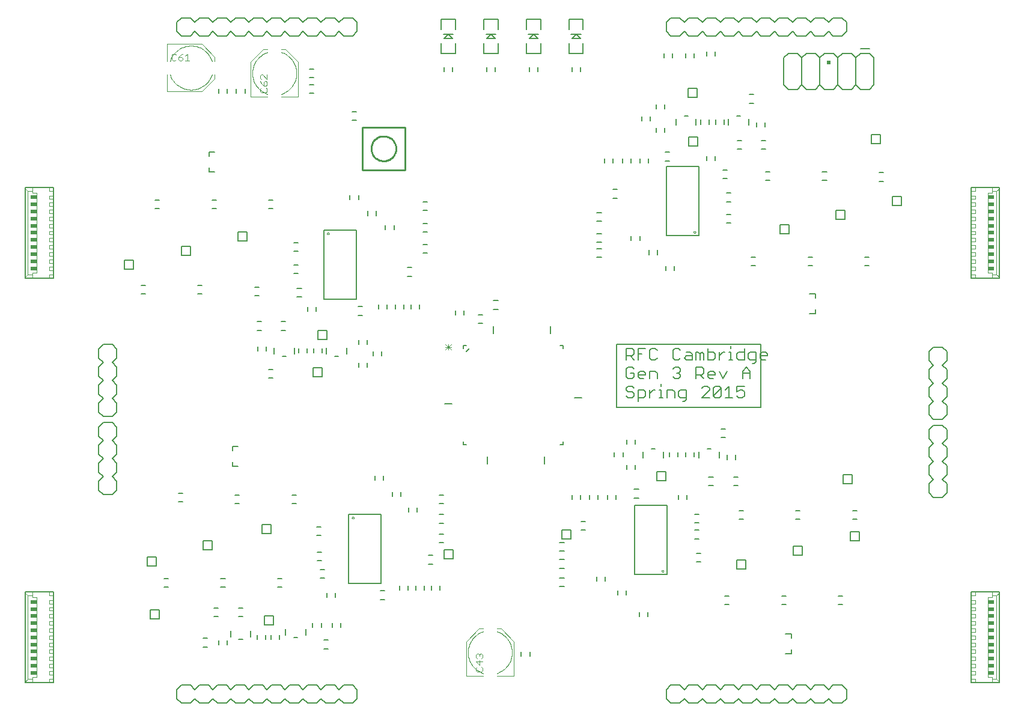
<source format=gto>
G75*
G70*
%OFA0B0*%
%FSLAX24Y24*%
%IPPOS*%
%LPD*%
%AMOC8*
5,1,8,0,0,1.08239X$1,22.5*
%
%ADD10C,0.0080*%
%ADD11C,0.0060*%
%ADD12C,0.0050*%
%ADD13C,0.0020*%
%ADD14C,0.0030*%
%ADD15C,0.0040*%
%ADD16R,0.0200X0.0200*%
%ADD17C,0.0020*%
%ADD18R,0.0344X0.0197*%
%ADD19C,0.0100*%
D10*
X039375Y002180D02*
X040949Y002180D01*
X040949Y002387D01*
X040949Y007013D01*
X040949Y007219D01*
X039375Y007219D01*
X039375Y007160D01*
X039375Y002239D01*
X039375Y002180D01*
X047782Y001800D02*
X047782Y001300D01*
X048032Y001050D01*
X048532Y001050D01*
X048782Y001300D01*
X049032Y001050D01*
X049532Y001050D01*
X049782Y001300D01*
X050032Y001050D01*
X050532Y001050D01*
X050782Y001300D01*
X051032Y001050D01*
X051532Y001050D01*
X051782Y001300D01*
X052032Y001050D01*
X052532Y001050D01*
X052782Y001300D01*
X053032Y001050D01*
X053532Y001050D01*
X053782Y001300D01*
X054032Y001050D01*
X054532Y001050D01*
X054782Y001300D01*
X055032Y001050D01*
X055532Y001050D01*
X055782Y001300D01*
X056032Y001050D01*
X056532Y001050D01*
X056782Y001300D01*
X057032Y001050D01*
X057532Y001050D01*
X057782Y001300D01*
X057782Y001800D01*
X057532Y002050D01*
X057032Y002050D01*
X056782Y001800D01*
X056532Y002050D01*
X056032Y002050D01*
X055782Y001800D01*
X055532Y002050D01*
X055032Y002050D01*
X054782Y001800D01*
X054532Y002050D01*
X054032Y002050D01*
X053782Y001800D01*
X053532Y002050D01*
X053032Y002050D01*
X052782Y001800D01*
X052532Y002050D01*
X052032Y002050D01*
X051782Y001800D01*
X051532Y002050D01*
X051032Y002050D01*
X050782Y001800D01*
X050532Y002050D01*
X050032Y002050D01*
X049782Y001800D01*
X049532Y002050D01*
X049032Y002050D01*
X048782Y001800D01*
X048532Y002050D01*
X048032Y002050D01*
X047782Y001800D01*
X050773Y004727D02*
X050773Y005066D01*
X051228Y004577D02*
X051439Y004577D01*
X051893Y004727D02*
X051893Y005066D01*
X053825Y005164D02*
X053825Y004826D01*
X054279Y004676D02*
X054490Y004676D01*
X054945Y004826D02*
X054945Y005164D01*
X044451Y012867D02*
X044201Y012617D01*
X043701Y012617D01*
X043451Y012867D01*
X043451Y013367D01*
X043701Y013617D01*
X043451Y013867D01*
X043451Y014367D01*
X043701Y014617D01*
X043451Y014867D01*
X043451Y015367D01*
X043701Y015617D01*
X043451Y015867D01*
X043451Y016367D01*
X043701Y016617D01*
X044201Y016617D01*
X044451Y016367D01*
X044451Y015867D01*
X044201Y015617D01*
X044451Y015367D01*
X044451Y014867D01*
X044201Y014617D01*
X044451Y014367D01*
X044451Y013867D01*
X044201Y013617D01*
X044451Y013367D01*
X044451Y012867D01*
X050881Y014188D02*
X051196Y014188D01*
X050881Y014188D02*
X050881Y014424D01*
X050881Y015054D02*
X050881Y015290D01*
X051196Y015290D01*
X044451Y017198D02*
X044451Y017698D01*
X044201Y017948D01*
X044451Y018198D01*
X044451Y018698D01*
X044201Y018948D01*
X044451Y019198D01*
X044451Y019698D01*
X044201Y019948D01*
X044451Y020198D01*
X044451Y020698D01*
X044201Y020948D01*
X043701Y020948D01*
X043451Y020698D01*
X043451Y020198D01*
X043701Y019948D01*
X043451Y019698D01*
X043451Y019198D01*
X043701Y018948D01*
X043451Y018698D01*
X043451Y018198D01*
X043701Y017948D01*
X043451Y017698D01*
X043451Y017198D01*
X043701Y016948D01*
X044201Y016948D01*
X044451Y017198D01*
X053185Y020426D02*
X053185Y020764D01*
X053639Y020276D02*
X053850Y020276D01*
X054305Y020426D02*
X054305Y020764D01*
X056088Y020764D02*
X056088Y020426D01*
X056543Y020276D02*
X056754Y020276D01*
X057208Y020426D02*
X057208Y020764D01*
X073657Y015006D02*
X073657Y014668D01*
X074112Y015156D02*
X074323Y015156D01*
X074777Y015006D02*
X074777Y014668D01*
X076758Y014668D02*
X076758Y015006D01*
X077212Y015156D02*
X077423Y015156D01*
X077878Y015006D02*
X077878Y014668D01*
X089514Y014717D02*
X089514Y015217D01*
X089764Y015467D01*
X089514Y015717D01*
X089514Y016217D01*
X089764Y016467D01*
X090264Y016467D01*
X090514Y016217D01*
X090514Y015717D01*
X090264Y015467D01*
X090514Y015217D01*
X090514Y014717D01*
X090264Y014467D01*
X090514Y014217D01*
X090514Y013717D01*
X090264Y013467D01*
X090514Y013217D01*
X090514Y012717D01*
X090264Y012467D01*
X089764Y012467D01*
X089514Y012717D01*
X089514Y013217D01*
X089764Y013467D01*
X089514Y013717D01*
X089514Y014217D01*
X089764Y014467D01*
X089514Y014717D01*
X089764Y016798D02*
X089514Y017048D01*
X089514Y017548D01*
X089764Y017798D01*
X089514Y018048D01*
X089514Y018548D01*
X089764Y018798D01*
X089514Y019048D01*
X089514Y019548D01*
X089764Y019798D01*
X089514Y020048D01*
X089514Y020548D01*
X089764Y020798D01*
X090264Y020798D01*
X090514Y020548D01*
X090514Y020048D01*
X090264Y019798D01*
X090514Y019548D01*
X090514Y019048D01*
X090264Y018798D01*
X090514Y018548D01*
X090514Y018048D01*
X090264Y017798D01*
X090514Y017548D01*
X090514Y017048D01*
X090264Y016798D01*
X089764Y016798D01*
X083203Y022652D02*
X082888Y022652D01*
X083203Y022652D02*
X083203Y022889D01*
X083203Y023519D02*
X083203Y023755D01*
X082888Y023755D01*
X091835Y024621D02*
X093410Y024621D01*
X093410Y024680D01*
X093410Y029601D01*
X093410Y029660D01*
X091835Y029660D01*
X091835Y029454D01*
X091835Y024828D01*
X091835Y024621D01*
X079502Y033123D02*
X079502Y033461D01*
X079047Y033611D02*
X078836Y033611D01*
X078382Y033461D02*
X078382Y033123D01*
X076598Y033123D02*
X076598Y033461D01*
X076144Y033611D02*
X075932Y033611D01*
X075478Y033461D02*
X075478Y033123D01*
X070329Y037101D02*
X069542Y037101D01*
X069542Y037652D01*
X069699Y037928D02*
X070172Y037928D01*
X069936Y038164D01*
X069699Y037928D01*
X069660Y038164D02*
X069936Y038164D01*
X070211Y038164D01*
X070329Y038440D02*
X070329Y038991D01*
X069542Y038991D01*
X069542Y038440D01*
X070329Y037652D02*
X070329Y037101D01*
X067967Y037101D02*
X067967Y037652D01*
X067810Y037928D02*
X067573Y038164D01*
X067337Y037928D01*
X067810Y037928D01*
X067849Y038164D02*
X067573Y038164D01*
X067298Y038164D01*
X067180Y038440D02*
X067180Y038991D01*
X067967Y038991D01*
X067967Y038440D01*
X067180Y037652D02*
X067180Y037101D01*
X067967Y037101D01*
X065605Y037101D02*
X065605Y037652D01*
X065448Y037928D02*
X065211Y038164D01*
X064975Y037928D01*
X065448Y037928D01*
X065487Y038164D02*
X065211Y038164D01*
X064936Y038164D01*
X064818Y038440D02*
X064818Y038991D01*
X065605Y038991D01*
X065605Y038440D01*
X064818Y037652D02*
X064818Y037101D01*
X065605Y037101D01*
X063243Y037101D02*
X063243Y037652D01*
X063085Y037928D02*
X062849Y038164D01*
X062613Y037928D01*
X063085Y037928D01*
X063125Y038164D02*
X062849Y038164D01*
X062573Y038164D01*
X062455Y038440D02*
X062455Y038991D01*
X063243Y038991D01*
X063243Y038440D01*
X062455Y037652D02*
X062455Y037101D01*
X063243Y037101D01*
X057782Y038308D02*
X057532Y038058D01*
X057032Y038058D01*
X056782Y038308D01*
X056532Y038058D01*
X056032Y038058D01*
X055782Y038308D01*
X055532Y038058D01*
X055032Y038058D01*
X054782Y038308D01*
X054532Y038058D01*
X054032Y038058D01*
X053782Y038308D01*
X053532Y038058D01*
X053032Y038058D01*
X052782Y038308D01*
X052532Y038058D01*
X052032Y038058D01*
X051782Y038308D01*
X051532Y038058D01*
X051032Y038058D01*
X050782Y038308D01*
X050532Y038058D01*
X050032Y038058D01*
X049782Y038308D01*
X049532Y038058D01*
X049032Y038058D01*
X048782Y038308D01*
X048532Y038058D01*
X048032Y038058D01*
X047782Y038308D01*
X047782Y038808D01*
X048032Y039058D01*
X048532Y039058D01*
X048782Y038808D01*
X049032Y039058D01*
X049532Y039058D01*
X049782Y038808D01*
X050032Y039058D01*
X050532Y039058D01*
X050782Y038808D01*
X051032Y039058D01*
X051532Y039058D01*
X051782Y038808D01*
X052032Y039058D01*
X052532Y039058D01*
X052782Y038808D01*
X053032Y039058D01*
X053532Y039058D01*
X053782Y038808D01*
X054032Y039058D01*
X054532Y039058D01*
X054782Y038808D01*
X055032Y039058D01*
X055532Y039058D01*
X055782Y038808D01*
X056032Y039058D01*
X056532Y039058D01*
X056782Y038808D01*
X057032Y039058D01*
X057532Y039058D01*
X057782Y038808D01*
X057782Y038308D01*
X049896Y031629D02*
X049581Y031629D01*
X049581Y031393D01*
X049581Y030763D02*
X049581Y030526D01*
X049896Y030526D01*
X040949Y029660D02*
X040949Y029454D01*
X040949Y024828D01*
X040949Y024621D01*
X039375Y024621D01*
X039375Y024680D01*
X039375Y029601D01*
X039375Y029660D01*
X040949Y029660D01*
X074948Y038308D02*
X075198Y038058D01*
X075698Y038058D01*
X075948Y038308D01*
X076198Y038058D01*
X076698Y038058D01*
X076948Y038308D01*
X077198Y038058D01*
X077698Y038058D01*
X077948Y038308D01*
X078198Y038058D01*
X078698Y038058D01*
X078948Y038308D01*
X079198Y038058D01*
X079698Y038058D01*
X079948Y038308D01*
X080198Y038058D01*
X080698Y038058D01*
X080948Y038308D01*
X081198Y038058D01*
X081698Y038058D01*
X081948Y038308D01*
X082198Y038058D01*
X082698Y038058D01*
X082948Y038308D01*
X083198Y038058D01*
X083698Y038058D01*
X083948Y038308D01*
X084198Y038058D01*
X084698Y038058D01*
X084948Y038308D01*
X084948Y038808D01*
X084698Y039058D01*
X084198Y039058D01*
X083948Y038808D01*
X083698Y039058D01*
X083198Y039058D01*
X082948Y038808D01*
X082698Y039058D01*
X082198Y039058D01*
X081948Y038808D01*
X081698Y039058D01*
X081198Y039058D01*
X080948Y038808D01*
X080698Y039058D01*
X080198Y039058D01*
X079948Y038808D01*
X079698Y039058D01*
X079198Y039058D01*
X078948Y038808D01*
X078698Y039058D01*
X078198Y039058D01*
X077948Y038808D01*
X077698Y039058D01*
X077198Y039058D01*
X076948Y038808D01*
X076698Y039058D01*
X076198Y039058D01*
X075948Y038808D01*
X075698Y039058D01*
X075198Y039058D01*
X074948Y038808D01*
X074948Y038308D01*
X085711Y037347D02*
X086211Y037347D01*
X091835Y007219D02*
X093410Y007219D01*
X093410Y007160D01*
X093410Y002239D01*
X093410Y002180D01*
X091835Y002180D01*
X091835Y002387D01*
X091835Y007013D01*
X091835Y007219D01*
X081875Y004906D02*
X081875Y004670D01*
X081875Y004906D02*
X081560Y004906D01*
X081875Y004040D02*
X081875Y003804D01*
X081560Y003804D01*
X081698Y002050D02*
X081948Y001800D01*
X082198Y002050D01*
X082698Y002050D01*
X082948Y001800D01*
X083198Y002050D01*
X083698Y002050D01*
X083948Y001800D01*
X084198Y002050D01*
X084698Y002050D01*
X084948Y001800D01*
X084948Y001300D01*
X084698Y001050D01*
X084198Y001050D01*
X083948Y001300D01*
X083698Y001050D01*
X083198Y001050D01*
X082948Y001300D01*
X082698Y001050D01*
X082198Y001050D01*
X081948Y001300D01*
X081698Y001050D01*
X081198Y001050D01*
X080948Y001300D01*
X080698Y001050D01*
X080198Y001050D01*
X079948Y001300D01*
X079698Y001050D01*
X079198Y001050D01*
X078948Y001300D01*
X078698Y001050D01*
X078198Y001050D01*
X077948Y001300D01*
X077698Y001050D01*
X077198Y001050D01*
X076948Y001300D01*
X076698Y001050D01*
X076198Y001050D01*
X075948Y001300D01*
X075698Y001050D01*
X075198Y001050D01*
X074948Y001300D01*
X074948Y001800D01*
X075198Y002050D01*
X075698Y002050D01*
X075948Y001800D01*
X076198Y002050D01*
X076698Y002050D01*
X076948Y001800D01*
X077198Y002050D01*
X077698Y002050D01*
X077948Y001800D01*
X078198Y002050D01*
X078698Y002050D01*
X078948Y001800D01*
X079198Y002050D01*
X079698Y002050D01*
X079948Y001800D01*
X080198Y002050D01*
X080698Y002050D01*
X080948Y001800D01*
X081198Y002050D01*
X081698Y002050D01*
D11*
X073912Y005861D02*
X073912Y006097D01*
X073440Y006097D02*
X073440Y005861D01*
X072731Y007042D02*
X072731Y007278D01*
X072259Y007278D02*
X072259Y007042D01*
X071550Y007830D02*
X071550Y008066D01*
X071077Y008066D02*
X071077Y007830D01*
X069266Y007987D02*
X069030Y007987D01*
X069030Y007515D02*
X069266Y007515D01*
X069266Y008538D02*
X069030Y008538D01*
X069030Y009011D02*
X069266Y009011D01*
X069266Y009483D02*
X069030Y009483D01*
X069030Y009956D02*
X069266Y009956D01*
X070211Y010664D02*
X070448Y010664D01*
X070448Y011137D02*
X070211Y011137D01*
X070172Y012357D02*
X070172Y012593D01*
X069699Y012593D02*
X069699Y012357D01*
X070684Y012357D02*
X070684Y012593D01*
X071156Y012593D02*
X071156Y012357D01*
X071668Y012357D02*
X071668Y012593D01*
X072140Y012593D02*
X072140Y012357D01*
X073164Y012436D02*
X073400Y012436D01*
X073400Y012908D02*
X073164Y012908D01*
X075605Y012593D02*
X075605Y012357D01*
X076077Y012357D02*
X076077Y012593D01*
X077298Y013125D02*
X077534Y013125D01*
X077534Y013597D02*
X077298Y013597D01*
X078676Y013597D02*
X078912Y013597D01*
X078912Y013125D02*
X078676Y013125D01*
X078971Y011727D02*
X079207Y011727D01*
X079207Y011255D02*
X078971Y011255D01*
X076747Y011058D02*
X076510Y011058D01*
X076510Y010644D02*
X076747Y010644D01*
X076747Y010172D02*
X076510Y010172D01*
X076609Y009365D02*
X076845Y009365D01*
X076845Y008893D02*
X076609Y008893D01*
X078184Y007003D02*
X078420Y007003D01*
X078420Y006530D02*
X078184Y006530D01*
X081333Y006530D02*
X081570Y006530D01*
X081570Y007003D02*
X081333Y007003D01*
X084483Y007003D02*
X084719Y007003D01*
X084719Y006530D02*
X084483Y006530D01*
X085270Y011255D02*
X085507Y011255D01*
X085507Y011727D02*
X085270Y011727D01*
X082357Y011727D02*
X082121Y011727D01*
X082121Y011255D02*
X082357Y011255D01*
X076747Y011530D02*
X076510Y011530D01*
X073223Y014030D02*
X073223Y014267D01*
X072751Y014267D02*
X072751Y014030D01*
X072534Y014719D02*
X072534Y014956D01*
X072062Y014956D02*
X072062Y014719D01*
X072751Y015408D02*
X072751Y015644D01*
X073223Y015644D02*
X073223Y015408D01*
X075113Y014956D02*
X075113Y014719D01*
X075585Y014719D02*
X075585Y014956D01*
X075999Y014956D02*
X075999Y014719D01*
X076471Y014719D02*
X076471Y014956D01*
X077987Y015782D02*
X078223Y015782D01*
X078223Y016255D02*
X077987Y016255D01*
X078312Y014808D02*
X078312Y014572D01*
X078784Y014572D02*
X078784Y014808D01*
X078627Y017997D02*
X078200Y017997D01*
X078414Y017997D02*
X078414Y018638D01*
X078200Y018424D01*
X077983Y018531D02*
X077556Y018104D01*
X077662Y017997D01*
X077876Y017997D01*
X077983Y018104D01*
X077983Y018531D01*
X077876Y018638D01*
X077662Y018638D01*
X077556Y018531D01*
X077556Y018104D01*
X077338Y017997D02*
X076911Y017997D01*
X077338Y018424D01*
X077338Y018531D01*
X077231Y018638D01*
X077018Y018638D01*
X076911Y018531D01*
X077016Y019047D02*
X076802Y019261D01*
X076909Y019261D02*
X076589Y019261D01*
X076589Y019047D02*
X076589Y019688D01*
X076909Y019688D01*
X077016Y019581D01*
X077016Y019368D01*
X076909Y019261D01*
X077233Y019261D02*
X077660Y019261D01*
X077660Y019368D01*
X077554Y019474D01*
X077340Y019474D01*
X077233Y019368D01*
X077233Y019154D01*
X077340Y019047D01*
X077554Y019047D01*
X077878Y019474D02*
X078092Y019047D01*
X078305Y019474D01*
X079167Y019474D02*
X079167Y019047D01*
X079167Y019368D02*
X079594Y019368D01*
X079594Y019474D02*
X079594Y019047D01*
X079594Y019474D02*
X079381Y019688D01*
X079167Y019474D01*
X079703Y019884D02*
X079810Y019884D01*
X079916Y019991D01*
X079916Y020524D01*
X079596Y020524D01*
X079489Y020418D01*
X079489Y020204D01*
X079596Y020097D01*
X079916Y020097D01*
X080134Y020204D02*
X080134Y020418D01*
X080241Y020524D01*
X080454Y020524D01*
X080561Y020418D01*
X080561Y020311D01*
X080134Y020311D01*
X080134Y020204D02*
X080241Y020097D01*
X080454Y020097D01*
X079272Y020097D02*
X079272Y020738D01*
X079272Y020524D02*
X078952Y020524D01*
X078845Y020418D01*
X078845Y020204D01*
X078952Y020097D01*
X079272Y020097D01*
X078629Y020097D02*
X078415Y020097D01*
X078522Y020097D02*
X078522Y020524D01*
X078415Y020524D01*
X078198Y020524D02*
X078092Y020524D01*
X077878Y020311D01*
X077878Y020524D02*
X077878Y020097D01*
X077660Y020204D02*
X077660Y020418D01*
X077554Y020524D01*
X077233Y020524D01*
X077233Y020738D02*
X077233Y020097D01*
X077554Y020097D01*
X077660Y020204D01*
X077016Y020097D02*
X077016Y020418D01*
X076909Y020524D01*
X076802Y020418D01*
X076802Y020097D01*
X076589Y020097D02*
X076589Y020524D01*
X076696Y020524D01*
X076802Y020418D01*
X076371Y020418D02*
X076371Y020097D01*
X076051Y020097D01*
X075944Y020204D01*
X076051Y020311D01*
X076371Y020311D01*
X076371Y020418D02*
X076265Y020524D01*
X076051Y020524D01*
X075727Y020631D02*
X075620Y020738D01*
X075407Y020738D01*
X075300Y020631D01*
X075300Y020204D01*
X075407Y020097D01*
X075620Y020097D01*
X075727Y020204D01*
X075620Y019688D02*
X075727Y019581D01*
X075727Y019474D01*
X075620Y019368D01*
X075727Y019261D01*
X075727Y019154D01*
X075620Y019047D01*
X075407Y019047D01*
X075300Y019154D01*
X075513Y019368D02*
X075620Y019368D01*
X075620Y019688D02*
X075407Y019688D01*
X075300Y019581D01*
X074438Y019368D02*
X074438Y019047D01*
X074438Y019368D02*
X074331Y019474D01*
X074011Y019474D01*
X074011Y019047D01*
X073793Y019261D02*
X073366Y019261D01*
X073366Y019368D02*
X073473Y019474D01*
X073686Y019474D01*
X073793Y019368D01*
X073793Y019261D01*
X073686Y019047D02*
X073473Y019047D01*
X073366Y019154D01*
X073366Y019368D01*
X073149Y019368D02*
X072935Y019368D01*
X073149Y019368D02*
X073149Y019154D01*
X073042Y019047D01*
X072828Y019047D01*
X072722Y019154D01*
X072722Y019581D01*
X072828Y019688D01*
X073042Y019688D01*
X073149Y019581D01*
X073149Y020097D02*
X072935Y020311D01*
X073042Y020311D02*
X072722Y020311D01*
X072722Y020097D02*
X072722Y020738D01*
X073042Y020738D01*
X073149Y020631D01*
X073149Y020418D01*
X073042Y020311D01*
X073366Y020418D02*
X073580Y020418D01*
X073366Y020738D02*
X073793Y020738D01*
X074011Y020631D02*
X074011Y020204D01*
X074117Y020097D01*
X074331Y020097D01*
X074438Y020204D01*
X074438Y020631D02*
X074331Y020738D01*
X074117Y020738D01*
X074011Y020631D01*
X073366Y020738D02*
X073366Y020097D01*
X073042Y018638D02*
X072828Y018638D01*
X072722Y018531D01*
X072722Y018424D01*
X072828Y018318D01*
X073042Y018318D01*
X073149Y018211D01*
X073149Y018104D01*
X073042Y017997D01*
X072828Y017997D01*
X072722Y018104D01*
X073149Y018531D02*
X073042Y018638D01*
X073366Y018424D02*
X073686Y018424D01*
X073793Y018318D01*
X073793Y018104D01*
X073686Y017997D01*
X073366Y017997D01*
X073366Y017784D02*
X073366Y018424D01*
X074011Y018424D02*
X074011Y017997D01*
X074011Y018211D02*
X074224Y018424D01*
X074331Y018424D01*
X074548Y018424D02*
X074655Y018424D01*
X074655Y017997D01*
X074761Y017997D02*
X074548Y017997D01*
X074978Y017997D02*
X074978Y018424D01*
X075298Y018424D01*
X075405Y018318D01*
X075405Y017997D01*
X075622Y018104D02*
X075729Y017997D01*
X076049Y017997D01*
X076049Y017891D02*
X076049Y018424D01*
X075729Y018424D01*
X075622Y018318D01*
X075622Y018104D01*
X075836Y017784D02*
X075942Y017784D01*
X076049Y017891D01*
X074655Y018638D02*
X074655Y018745D01*
X070252Y017975D02*
X069862Y017975D01*
X069202Y015545D02*
X069202Y015375D01*
X069032Y015375D01*
X068172Y014725D02*
X068172Y014325D01*
X065022Y014315D02*
X065022Y014715D01*
X063852Y015375D02*
X063682Y015375D01*
X063682Y015545D01*
X059247Y013656D02*
X059247Y013420D01*
X058774Y013420D02*
X058774Y013656D01*
X059759Y012770D02*
X059759Y012534D01*
X060231Y012534D02*
X060231Y012770D01*
X060644Y011885D02*
X060644Y011648D01*
X061117Y011648D02*
X061117Y011885D01*
X062337Y012121D02*
X062573Y012121D01*
X062573Y012593D02*
X062337Y012593D01*
X062337Y011511D02*
X062573Y011511D01*
X062573Y011038D02*
X062337Y011038D01*
X062337Y010428D02*
X062573Y010428D01*
X062573Y009956D02*
X062337Y009956D01*
X061983Y009247D02*
X061747Y009247D01*
X061747Y008774D02*
X061983Y008774D01*
X061924Y007554D02*
X061924Y007318D01*
X061510Y007318D02*
X061510Y007554D01*
X061038Y007554D02*
X061038Y007318D01*
X060625Y007318D02*
X060625Y007554D01*
X060152Y007554D02*
X060152Y007318D01*
X059325Y007278D02*
X059089Y007278D01*
X059089Y006806D02*
X059325Y006806D01*
X056589Y006924D02*
X056589Y007160D01*
X056117Y007160D02*
X056117Y006924D01*
X055979Y007987D02*
X055743Y007987D01*
X055743Y008459D02*
X055979Y008459D01*
X055822Y008952D02*
X055585Y008952D01*
X055585Y009424D02*
X055822Y009424D01*
X055782Y010349D02*
X055546Y010349D01*
X055546Y010822D02*
X055782Y010822D01*
X054404Y012121D02*
X054168Y012121D01*
X054168Y012593D02*
X054404Y012593D01*
X051255Y012593D02*
X051018Y012593D01*
X051018Y012121D02*
X051255Y012121D01*
X048105Y012219D02*
X047869Y012219D01*
X047869Y012692D02*
X048105Y012692D01*
X047318Y007967D02*
X047081Y007967D01*
X047081Y007495D02*
X047318Y007495D01*
X049837Y006314D02*
X050073Y006314D01*
X050073Y005841D02*
X049837Y005841D01*
X051215Y005841D02*
X051451Y005841D01*
X051451Y006314D02*
X051215Y006314D01*
X050467Y007495D02*
X050231Y007495D01*
X050231Y007967D02*
X050467Y007967D01*
X053381Y007967D02*
X053617Y007967D01*
X053617Y007495D02*
X053381Y007495D01*
X055329Y005507D02*
X055329Y005270D01*
X055802Y005270D02*
X055802Y005507D01*
X056412Y005507D02*
X056412Y005270D01*
X056885Y005270D02*
X056885Y005507D01*
X056176Y004542D02*
X055940Y004542D01*
X055940Y004070D02*
X056176Y004070D01*
X053479Y004601D02*
X053479Y004837D01*
X053007Y004837D02*
X053007Y004601D01*
X052731Y004601D02*
X052731Y004837D01*
X052259Y004837D02*
X052259Y004601D01*
X050585Y004522D02*
X050585Y004286D01*
X050113Y004286D02*
X050113Y004522D01*
X049483Y004641D02*
X049247Y004641D01*
X049247Y004168D02*
X049483Y004168D01*
X062396Y007318D02*
X062396Y007554D01*
X066894Y003883D02*
X066894Y003646D01*
X067367Y003646D02*
X067367Y003883D01*
X063032Y017665D02*
X062632Y017665D01*
X058361Y019690D02*
X058361Y019926D01*
X057888Y019926D02*
X057888Y019690D01*
X058676Y020330D02*
X058676Y020566D01*
X059148Y020566D02*
X059148Y020330D01*
X058361Y020969D02*
X058361Y021206D01*
X057888Y021206D02*
X057888Y020969D01*
X055851Y020713D02*
X055851Y020477D01*
X055379Y020477D02*
X055379Y020713D01*
X055014Y020713D02*
X055014Y020477D01*
X054542Y020477D02*
X054542Y020713D01*
X052751Y020812D02*
X052751Y020576D01*
X052278Y020576D02*
X052278Y020812D01*
X052249Y021737D02*
X052485Y021737D01*
X052485Y022209D02*
X052249Y022209D01*
X053577Y022209D02*
X053814Y022209D01*
X053814Y021737D02*
X053577Y021737D01*
X055034Y022790D02*
X055034Y023026D01*
X055507Y023026D02*
X055507Y022790D01*
X054699Y023578D02*
X054463Y023578D01*
X054463Y024050D02*
X054699Y024050D01*
X054503Y024896D02*
X054266Y024896D01*
X054266Y025369D02*
X054503Y025369D01*
X054503Y026117D02*
X054266Y026117D01*
X054266Y026589D02*
X054503Y026589D01*
X058381Y028105D02*
X058381Y028341D01*
X058853Y028341D02*
X058853Y028105D01*
X059365Y027554D02*
X059365Y027318D01*
X059837Y027318D02*
X059837Y027554D01*
X061451Y027672D02*
X061688Y027672D01*
X061688Y028381D02*
X061451Y028381D01*
X061451Y028853D02*
X061688Y028853D01*
X057869Y028991D02*
X057869Y029227D01*
X057396Y029227D02*
X057396Y028991D01*
X053125Y028952D02*
X052888Y028952D01*
X052888Y028479D02*
X053125Y028479D01*
X049975Y028479D02*
X049739Y028479D01*
X049739Y028952D02*
X049975Y028952D01*
X046825Y028952D02*
X046589Y028952D01*
X046589Y028479D02*
X046825Y028479D01*
X046038Y024227D02*
X045802Y024227D01*
X045802Y023755D02*
X046038Y023755D01*
X048951Y023755D02*
X049188Y023755D01*
X049188Y024227D02*
X048951Y024227D01*
X052101Y024129D02*
X052337Y024129D01*
X052337Y023656D02*
X052101Y023656D01*
X057859Y023046D02*
X058095Y023046D01*
X058095Y022574D02*
X057859Y022574D01*
X058971Y022938D02*
X058971Y023174D01*
X059444Y023174D02*
X059444Y022938D01*
X059906Y022938D02*
X059906Y023174D01*
X060379Y023174D02*
X060379Y022938D01*
X060792Y022938D02*
X060792Y023174D01*
X061264Y023174D02*
X061264Y022938D01*
X063253Y022830D02*
X063253Y022593D01*
X063725Y022593D02*
X063725Y022830D01*
X064503Y022603D02*
X064739Y022603D01*
X064739Y022131D02*
X064503Y022131D01*
X065342Y021955D02*
X065342Y021555D01*
X064012Y020715D02*
X063862Y020565D01*
X063682Y020725D02*
X063682Y020895D01*
X063852Y020895D01*
X065365Y022902D02*
X065601Y022902D01*
X065601Y023375D02*
X065365Y023375D01*
X068502Y021955D02*
X068502Y021555D01*
X069032Y020895D02*
X069202Y020895D01*
X069202Y020725D01*
X078522Y020845D02*
X078522Y020738D01*
X078845Y018638D02*
X078845Y018318D01*
X079058Y018424D01*
X079165Y018424D01*
X079272Y018318D01*
X079272Y018104D01*
X079165Y017997D01*
X078952Y017997D01*
X078845Y018104D01*
X078845Y018638D02*
X079272Y018638D01*
X075388Y025054D02*
X075388Y025290D01*
X074916Y025290D02*
X074916Y025054D01*
X074453Y025940D02*
X074453Y026176D01*
X073981Y026176D02*
X073981Y025940D01*
X073469Y026727D02*
X073469Y026963D01*
X072997Y026963D02*
X072997Y026727D01*
X071333Y026609D02*
X071097Y026609D01*
X071097Y026274D02*
X071333Y026274D01*
X071333Y025802D02*
X071097Y025802D01*
X071097Y027081D02*
X071333Y027081D01*
X071333Y027790D02*
X071097Y027790D01*
X071097Y028263D02*
X071333Y028263D01*
X071983Y029070D02*
X072219Y029070D01*
X072219Y029542D02*
X071983Y029542D01*
X071993Y031009D02*
X071993Y031245D01*
X071520Y031245D02*
X071520Y031009D01*
X072505Y031009D02*
X072505Y031245D01*
X072977Y031245D02*
X072977Y031009D01*
X073489Y031009D02*
X073489Y031245D01*
X073961Y031245D02*
X073961Y031009D01*
X074886Y031137D02*
X075123Y031137D01*
X075123Y031609D02*
X074886Y031609D01*
X077180Y031393D02*
X077180Y031156D01*
X077652Y031156D02*
X077652Y031393D01*
X078085Y030625D02*
X078322Y030625D01*
X078322Y030152D02*
X078085Y030152D01*
X078282Y029345D02*
X078518Y029345D01*
X078518Y028873D02*
X078282Y028873D01*
X078282Y028164D02*
X078518Y028164D01*
X078518Y027692D02*
X078282Y027692D01*
X079660Y025802D02*
X079896Y025802D01*
X079896Y025330D02*
X079660Y025330D01*
X082810Y025330D02*
X083046Y025330D01*
X083046Y025802D02*
X082810Y025802D01*
X085959Y025802D02*
X086196Y025802D01*
X086196Y025330D02*
X085959Y025330D01*
X086747Y030005D02*
X086983Y030005D01*
X086983Y030477D02*
X086747Y030477D01*
X083833Y030526D02*
X083597Y030526D01*
X083597Y030054D02*
X083833Y030054D01*
X080684Y030054D02*
X080448Y030054D01*
X080448Y030526D02*
X080684Y030526D01*
X080438Y031776D02*
X080201Y031776D01*
X080201Y032249D02*
X080438Y032249D01*
X079109Y032249D02*
X078873Y032249D01*
X078873Y031776D02*
X079109Y031776D01*
X079936Y033026D02*
X079936Y033263D01*
X080408Y033263D02*
X080408Y033026D01*
X078144Y033174D02*
X078144Y033410D01*
X077672Y033410D02*
X077672Y033174D01*
X077308Y033174D02*
X077308Y033410D01*
X076835Y033410D02*
X076835Y033174D01*
X074847Y032967D02*
X074847Y032731D01*
X074375Y032731D02*
X074375Y032967D01*
X074060Y033371D02*
X074060Y033607D01*
X073587Y033607D02*
X073587Y033371D01*
X074375Y034011D02*
X074375Y034247D01*
X074847Y034247D02*
X074847Y034011D01*
X079562Y034335D02*
X079798Y034335D01*
X079798Y034808D02*
X079562Y034808D01*
X081461Y035347D02*
X081461Y036847D01*
X081711Y037097D01*
X082211Y037097D01*
X082461Y036847D01*
X082461Y035347D01*
X082211Y035097D01*
X081711Y035097D01*
X081461Y035347D01*
X082461Y035347D02*
X082711Y035097D01*
X083211Y035097D01*
X083461Y035347D01*
X083461Y036847D01*
X083211Y037097D01*
X082711Y037097D01*
X082461Y036847D01*
X083461Y036847D02*
X083711Y037097D01*
X084211Y037097D01*
X084461Y036847D01*
X084461Y035347D01*
X084211Y035097D01*
X083711Y035097D01*
X083461Y035347D01*
X084461Y035347D02*
X084711Y035097D01*
X085211Y035097D01*
X085461Y035347D01*
X085461Y036847D01*
X085211Y037097D01*
X084711Y037097D01*
X084461Y036847D01*
X085461Y036847D02*
X085711Y037097D01*
X086211Y037097D01*
X086461Y036847D01*
X086461Y035347D01*
X086211Y035097D01*
X085711Y035097D01*
X085461Y035347D01*
X077652Y036944D02*
X077652Y037180D01*
X077180Y037180D02*
X077180Y036944D01*
X076471Y036865D02*
X076471Y037101D01*
X075999Y037101D02*
X075999Y036865D01*
X075290Y036865D02*
X075290Y037101D01*
X074818Y037101D02*
X074818Y036865D01*
X070172Y036314D02*
X070172Y036078D01*
X069699Y036078D02*
X069699Y036314D01*
X067810Y036314D02*
X067810Y036078D01*
X067337Y036078D02*
X067337Y036314D01*
X065448Y036314D02*
X065448Y036078D01*
X064975Y036078D02*
X064975Y036314D01*
X063085Y036314D02*
X063085Y036078D01*
X062613Y036078D02*
X062613Y036314D01*
X057751Y033873D02*
X057514Y033873D01*
X057514Y033400D02*
X057751Y033400D01*
X055388Y034877D02*
X055152Y034877D01*
X055152Y035349D02*
X055388Y035349D01*
X055388Y035763D02*
X055152Y035763D01*
X055152Y036235D02*
X055388Y036235D01*
X051570Y035133D02*
X051570Y034896D01*
X051097Y034896D02*
X051097Y035133D01*
X050585Y035133D02*
X050585Y034896D01*
X050113Y034896D02*
X050113Y035133D01*
X061451Y027200D02*
X061688Y027200D01*
X061688Y026491D02*
X061451Y026491D01*
X061451Y026019D02*
X061688Y026019D01*
X060802Y025211D02*
X060566Y025211D01*
X060566Y024739D02*
X060802Y024739D01*
X053125Y019552D02*
X052888Y019552D01*
X052888Y019080D02*
X053125Y019080D01*
D12*
X055365Y019164D02*
X055865Y019164D01*
X055865Y019664D01*
X055365Y019664D01*
X055365Y019164D01*
X055611Y021231D02*
X056111Y021231D01*
X056111Y021731D01*
X055611Y021731D01*
X055611Y021231D01*
X055949Y023446D02*
X055949Y027296D01*
X057741Y027296D01*
X057741Y023446D01*
X055949Y023446D01*
X048532Y025906D02*
X048532Y026406D01*
X048032Y026406D01*
X048032Y025906D01*
X048532Y025906D01*
X051182Y026694D02*
X051682Y026694D01*
X051682Y027194D01*
X051182Y027194D01*
X051182Y026694D01*
X045383Y025619D02*
X045383Y025119D01*
X044883Y025119D01*
X044883Y025619D01*
X045383Y025619D01*
X072192Y020967D02*
X072192Y017467D01*
X080192Y017467D01*
X080192Y020967D01*
X072192Y020967D01*
X074945Y026985D02*
X074945Y030836D01*
X076737Y030836D01*
X076737Y026985D01*
X074945Y026985D01*
X081233Y027087D02*
X081733Y027087D01*
X081733Y027587D01*
X081233Y027587D01*
X081233Y027087D01*
X084333Y027875D02*
X084333Y028375D01*
X084833Y028375D01*
X084833Y027875D01*
X084333Y027875D01*
X087483Y028662D02*
X087483Y029162D01*
X087983Y029162D01*
X087983Y028662D01*
X087483Y028662D01*
X086820Y032107D02*
X086320Y032107D01*
X086320Y032607D01*
X086820Y032607D01*
X086820Y032107D01*
X076682Y031959D02*
X076682Y032459D01*
X076182Y032459D01*
X076182Y031959D01*
X076682Y031959D01*
X076633Y034666D02*
X076633Y035166D01*
X076133Y035166D01*
X076133Y034666D01*
X076633Y034666D01*
X074910Y013906D02*
X074410Y013906D01*
X074410Y013406D01*
X074910Y013406D01*
X074910Y013906D01*
X074966Y012036D02*
X073173Y012036D01*
X073173Y008186D01*
X074966Y008186D01*
X074966Y012036D01*
X069644Y010658D02*
X069644Y010158D01*
X069144Y010158D01*
X069144Y010658D01*
X069644Y010658D01*
X063099Y009556D02*
X063099Y009056D01*
X062599Y009056D01*
X062599Y009556D01*
X063099Y009556D01*
X059119Y007678D02*
X057327Y007678D01*
X057327Y011529D01*
X059119Y011529D01*
X059119Y007678D01*
X053138Y005875D02*
X053138Y005375D01*
X052638Y005375D01*
X052638Y005875D01*
X053138Y005875D01*
X046810Y005729D02*
X046810Y006229D01*
X046310Y006229D01*
X046310Y005729D01*
X046810Y005729D01*
X046642Y008643D02*
X046142Y008643D01*
X046142Y009143D01*
X046642Y009143D01*
X046642Y008643D01*
X049233Y009548D02*
X049733Y009548D01*
X049733Y010048D01*
X049233Y010048D01*
X049233Y009548D01*
X052501Y010454D02*
X052501Y010954D01*
X053001Y010954D01*
X053001Y010454D01*
X052501Y010454D01*
X078839Y008985D02*
X078839Y008485D01*
X079339Y008485D01*
X079339Y008985D01*
X078839Y008985D01*
X081989Y009272D02*
X082489Y009272D01*
X082489Y009772D01*
X081989Y009772D01*
X081989Y009272D01*
X085138Y010060D02*
X085138Y010560D01*
X085638Y010560D01*
X085638Y010060D01*
X085138Y010060D01*
X085245Y013209D02*
X085245Y013709D01*
X084745Y013709D01*
X084745Y013209D01*
X085245Y013209D01*
D13*
X074683Y008382D02*
X074685Y008396D01*
X074691Y008410D01*
X074699Y008422D01*
X074711Y008430D01*
X074725Y008436D01*
X074739Y008438D01*
X074753Y008436D01*
X074767Y008430D01*
X074779Y008422D01*
X074787Y008410D01*
X074793Y008396D01*
X074795Y008382D01*
X074793Y008368D01*
X074787Y008354D01*
X074779Y008342D01*
X074767Y008334D01*
X074753Y008328D01*
X074739Y008326D01*
X074725Y008328D01*
X074711Y008334D01*
X074699Y008342D01*
X074691Y008354D01*
X074685Y008368D01*
X074683Y008382D01*
X057498Y011332D02*
X057500Y011346D01*
X057506Y011360D01*
X057514Y011372D01*
X057526Y011380D01*
X057540Y011386D01*
X057554Y011388D01*
X057568Y011386D01*
X057582Y011380D01*
X057594Y011372D01*
X057602Y011360D01*
X057608Y011346D01*
X057610Y011332D01*
X057608Y011318D01*
X057602Y011304D01*
X057594Y011292D01*
X057582Y011284D01*
X057568Y011278D01*
X057554Y011276D01*
X057540Y011278D01*
X057526Y011284D01*
X057514Y011292D01*
X057506Y011304D01*
X057500Y011318D01*
X057498Y011332D01*
X056120Y027100D02*
X056122Y027114D01*
X056128Y027128D01*
X056136Y027140D01*
X056148Y027148D01*
X056162Y027154D01*
X056176Y027156D01*
X056190Y027154D01*
X056204Y027148D01*
X056216Y027140D01*
X056224Y027128D01*
X056230Y027114D01*
X056232Y027100D01*
X056230Y027086D01*
X056224Y027072D01*
X056216Y027060D01*
X056204Y027052D01*
X056190Y027046D01*
X056176Y027044D01*
X056162Y027046D01*
X056148Y027052D01*
X056136Y027060D01*
X056128Y027072D01*
X056122Y027086D01*
X056120Y027100D01*
X076454Y027182D02*
X076456Y027196D01*
X076462Y027210D01*
X076470Y027222D01*
X076482Y027230D01*
X076496Y027236D01*
X076510Y027238D01*
X076524Y027236D01*
X076538Y027230D01*
X076550Y027222D01*
X076558Y027210D01*
X076564Y027196D01*
X076566Y027182D01*
X076564Y027168D01*
X076558Y027154D01*
X076550Y027142D01*
X076538Y027134D01*
X076524Y027128D01*
X076510Y027126D01*
X076496Y027128D01*
X076482Y027134D01*
X076470Y027142D01*
X076462Y027154D01*
X076456Y027168D01*
X076454Y027182D01*
D14*
X063000Y020962D02*
X062687Y020648D01*
X063000Y020962D01*
X062843Y020962D02*
X062843Y020648D01*
X062843Y020962D01*
X062687Y020962D02*
X063000Y020648D01*
X062687Y020962D01*
X062687Y020805D02*
X063000Y020805D01*
X062687Y020805D01*
X052733Y034931D02*
X052795Y034993D01*
X052795Y035116D01*
X052733Y035178D01*
X052733Y035299D02*
X052795Y035361D01*
X052795Y035485D01*
X052733Y035546D01*
X052671Y035546D01*
X052610Y035485D01*
X052610Y035299D01*
X052733Y035299D01*
X052610Y035299D02*
X052486Y035423D01*
X052424Y035546D01*
X052486Y035668D02*
X052424Y035729D01*
X052424Y035853D01*
X052486Y035915D01*
X052548Y035915D01*
X052795Y035668D01*
X052795Y035915D01*
X052486Y035178D02*
X052424Y035116D01*
X052424Y034993D01*
X052486Y034931D01*
X052733Y034931D01*
X048493Y036703D02*
X048246Y036703D01*
X048370Y036703D02*
X048370Y037073D01*
X048246Y036950D01*
X048125Y037073D02*
X048002Y037011D01*
X047878Y036888D01*
X048063Y036888D01*
X048125Y036826D01*
X048125Y036765D01*
X048063Y036703D01*
X047940Y036703D01*
X047878Y036765D01*
X047878Y036888D01*
X047757Y037011D02*
X047695Y037073D01*
X047571Y037073D01*
X047510Y037011D01*
X047510Y036765D01*
X047571Y036703D01*
X047695Y036703D01*
X047757Y036765D01*
X064445Y003779D02*
X064506Y003779D01*
X064568Y003717D01*
X064630Y003779D01*
X064692Y003779D01*
X064753Y003717D01*
X064753Y003594D01*
X064692Y003532D01*
X064568Y003411D02*
X064568Y003164D01*
X064383Y003349D01*
X064753Y003349D01*
X064692Y003042D02*
X064753Y002980D01*
X064753Y002857D01*
X064692Y002795D01*
X064445Y002795D01*
X064383Y002857D01*
X064383Y002980D01*
X064445Y003042D01*
X064445Y003532D02*
X064383Y003594D01*
X064383Y003717D01*
X064445Y003779D01*
X064568Y003717D02*
X064568Y003655D01*
D15*
X065536Y002702D02*
X065600Y002724D01*
X065663Y002751D01*
X065725Y002781D01*
X065784Y002814D01*
X065842Y002850D01*
X065898Y002890D01*
X065951Y002933D01*
X066002Y002978D01*
X066050Y003026D01*
X066095Y003077D01*
X066138Y003131D01*
X066177Y003187D01*
X066214Y003244D01*
X066247Y003304D01*
X066276Y003366D01*
X066302Y003429D01*
X066325Y003493D01*
X066344Y003559D01*
X066359Y003626D01*
X066370Y003693D01*
X066378Y003761D01*
X066382Y003829D01*
X066382Y003897D01*
X066378Y003965D01*
X066370Y004033D01*
X066359Y004100D01*
X066344Y004167D01*
X066325Y004233D01*
X066302Y004297D01*
X066276Y004360D01*
X066247Y004422D01*
X066214Y004482D01*
X066177Y004539D01*
X066138Y004595D01*
X066095Y004649D01*
X066050Y004700D01*
X066002Y004748D01*
X065951Y004793D01*
X065898Y004836D01*
X065842Y004876D01*
X065784Y004912D01*
X065725Y004945D01*
X065663Y004975D01*
X065600Y005002D01*
X065536Y005024D01*
X065536Y005182D02*
X065772Y005182D01*
X066481Y004473D01*
X066481Y002544D01*
X065536Y002544D01*
X064788Y002544D02*
X063843Y002544D01*
X063843Y004473D01*
X064552Y005182D01*
X064788Y005182D01*
X064788Y005024D02*
X064724Y005002D01*
X064661Y004975D01*
X064599Y004945D01*
X064540Y004912D01*
X064482Y004876D01*
X064426Y004836D01*
X064373Y004793D01*
X064322Y004748D01*
X064274Y004700D01*
X064229Y004649D01*
X064186Y004595D01*
X064147Y004539D01*
X064110Y004482D01*
X064077Y004422D01*
X064048Y004360D01*
X064022Y004297D01*
X063999Y004233D01*
X063980Y004167D01*
X063965Y004100D01*
X063954Y004033D01*
X063946Y003965D01*
X063942Y003897D01*
X063942Y003829D01*
X063946Y003761D01*
X063954Y003693D01*
X063965Y003626D01*
X063980Y003559D01*
X063999Y003493D01*
X064022Y003429D01*
X064048Y003366D01*
X064077Y003304D01*
X064110Y003244D01*
X064147Y003187D01*
X064186Y003131D01*
X064229Y003077D01*
X064274Y003026D01*
X064322Y002978D01*
X064373Y002933D01*
X064426Y002890D01*
X064482Y002850D01*
X064540Y002814D01*
X064599Y002781D01*
X064661Y002751D01*
X064724Y002724D01*
X064788Y002702D01*
X054522Y034680D02*
X053577Y034680D01*
X052829Y034680D02*
X051885Y034680D01*
X051885Y036609D01*
X052593Y037318D01*
X052829Y037318D01*
X053577Y037318D02*
X053814Y037318D01*
X054522Y036609D01*
X054522Y034680D01*
X053577Y034838D02*
X053641Y034860D01*
X053704Y034887D01*
X053766Y034917D01*
X053825Y034950D01*
X053883Y034986D01*
X053939Y035026D01*
X053992Y035069D01*
X054043Y035114D01*
X054091Y035162D01*
X054136Y035213D01*
X054179Y035267D01*
X054218Y035323D01*
X054255Y035380D01*
X054288Y035440D01*
X054317Y035502D01*
X054343Y035565D01*
X054366Y035629D01*
X054385Y035695D01*
X054400Y035762D01*
X054411Y035829D01*
X054419Y035897D01*
X054423Y035965D01*
X054423Y036033D01*
X054419Y036101D01*
X054411Y036169D01*
X054400Y036236D01*
X054385Y036303D01*
X054366Y036369D01*
X054343Y036433D01*
X054317Y036496D01*
X054288Y036558D01*
X054255Y036618D01*
X054218Y036675D01*
X054179Y036731D01*
X054136Y036785D01*
X054091Y036836D01*
X054043Y036884D01*
X053992Y036929D01*
X053939Y036972D01*
X053883Y037012D01*
X053825Y037048D01*
X053766Y037081D01*
X053704Y037111D01*
X053641Y037138D01*
X053577Y037160D01*
X052829Y037160D02*
X052765Y037138D01*
X052702Y037111D01*
X052640Y037081D01*
X052581Y037048D01*
X052523Y037012D01*
X052467Y036972D01*
X052414Y036929D01*
X052363Y036884D01*
X052315Y036836D01*
X052270Y036785D01*
X052227Y036731D01*
X052188Y036675D01*
X052151Y036618D01*
X052118Y036558D01*
X052089Y036496D01*
X052063Y036433D01*
X052040Y036369D01*
X052021Y036303D01*
X052006Y036236D01*
X051995Y036169D01*
X051987Y036101D01*
X051983Y036033D01*
X051983Y035965D01*
X051987Y035897D01*
X051995Y035829D01*
X052006Y035762D01*
X052021Y035695D01*
X052040Y035629D01*
X052063Y035565D01*
X052089Y035502D01*
X052118Y035440D01*
X052151Y035380D01*
X052188Y035323D01*
X052227Y035267D01*
X052270Y035213D01*
X052315Y035162D01*
X052363Y035114D01*
X052414Y035069D01*
X052467Y035026D01*
X052523Y034986D01*
X052581Y034950D01*
X052640Y034917D01*
X052702Y034887D01*
X052765Y034860D01*
X052829Y034838D01*
X049896Y035684D02*
X049188Y034975D01*
X047259Y034975D01*
X047259Y035920D01*
X047259Y036668D02*
X047259Y037613D01*
X049188Y037613D01*
X049896Y036904D01*
X049896Y036668D01*
X049738Y035920D02*
X049716Y035856D01*
X049689Y035793D01*
X049659Y035731D01*
X049626Y035672D01*
X049590Y035614D01*
X049550Y035558D01*
X049507Y035505D01*
X049462Y035454D01*
X049414Y035406D01*
X049363Y035361D01*
X049309Y035318D01*
X049253Y035279D01*
X049196Y035242D01*
X049136Y035209D01*
X049074Y035180D01*
X049011Y035154D01*
X048947Y035131D01*
X048881Y035112D01*
X048814Y035097D01*
X048747Y035086D01*
X048679Y035078D01*
X048611Y035074D01*
X048543Y035074D01*
X048475Y035078D01*
X048407Y035086D01*
X048340Y035097D01*
X048273Y035112D01*
X048207Y035131D01*
X048143Y035154D01*
X048080Y035180D01*
X048018Y035209D01*
X047958Y035242D01*
X047901Y035279D01*
X047845Y035318D01*
X047791Y035361D01*
X047740Y035406D01*
X047692Y035454D01*
X047647Y035505D01*
X047604Y035558D01*
X047564Y035614D01*
X047528Y035672D01*
X047495Y035731D01*
X047465Y035793D01*
X047438Y035856D01*
X047416Y035920D01*
X047416Y036668D02*
X047438Y036732D01*
X047465Y036795D01*
X047495Y036857D01*
X047528Y036916D01*
X047564Y036974D01*
X047604Y037030D01*
X047647Y037083D01*
X047692Y037134D01*
X047740Y037182D01*
X047791Y037227D01*
X047845Y037270D01*
X047901Y037309D01*
X047958Y037346D01*
X048018Y037379D01*
X048080Y037408D01*
X048143Y037434D01*
X048207Y037457D01*
X048273Y037476D01*
X048340Y037491D01*
X048407Y037502D01*
X048475Y037510D01*
X048543Y037514D01*
X048611Y037514D01*
X048679Y037510D01*
X048747Y037502D01*
X048814Y037491D01*
X048881Y037476D01*
X048947Y037457D01*
X049011Y037434D01*
X049074Y037408D01*
X049136Y037379D01*
X049196Y037346D01*
X049253Y037309D01*
X049309Y037270D01*
X049363Y037227D01*
X049414Y037182D01*
X049462Y037134D01*
X049507Y037083D01*
X049550Y037030D01*
X049590Y036974D01*
X049626Y036916D01*
X049659Y036857D01*
X049689Y036795D01*
X049716Y036732D01*
X049738Y036668D01*
X049896Y035920D02*
X049896Y035684D01*
D16*
X083961Y036597D03*
D17*
X092081Y029650D02*
X092081Y029454D01*
X091835Y029454D01*
X091885Y029207D02*
X092081Y029207D01*
X092081Y029011D01*
X091885Y029011D01*
X091885Y028814D02*
X092081Y028814D01*
X092081Y028617D01*
X091885Y028617D01*
X091885Y028420D02*
X092081Y028420D01*
X092081Y028223D01*
X091885Y028223D01*
X091885Y028026D02*
X092081Y028026D01*
X092081Y027830D01*
X091885Y027830D01*
X091885Y027633D02*
X092081Y027633D01*
X092081Y027436D01*
X091885Y027436D01*
X091885Y027239D02*
X092081Y027239D01*
X092081Y027042D01*
X091885Y027042D01*
X091885Y026845D02*
X092081Y026845D01*
X092081Y026648D01*
X091885Y026648D01*
X091885Y026452D02*
X092081Y026452D01*
X092081Y026255D01*
X091885Y026255D01*
X091885Y026058D02*
X092081Y026058D01*
X092081Y025861D01*
X091885Y025861D01*
X091885Y025664D02*
X092081Y025664D01*
X092081Y025467D01*
X091885Y025467D01*
X091885Y025270D02*
X092081Y025270D01*
X092081Y025074D01*
X091885Y025074D01*
X091835Y024828D02*
X092081Y024828D01*
X092081Y024631D01*
X092770Y024926D02*
X093016Y024926D01*
X093016Y024828D01*
X093262Y024828D01*
X093410Y024680D01*
X093262Y024828D02*
X093262Y029454D01*
X093410Y029601D01*
X093262Y029454D02*
X093016Y029454D01*
X093016Y029355D01*
X092770Y029355D01*
X092770Y024926D01*
X093016Y024828D02*
X093016Y024631D01*
X093016Y029454D02*
X093016Y029650D01*
X040949Y029454D02*
X040703Y029454D01*
X040703Y029650D01*
X040014Y029355D02*
X039768Y029355D01*
X039768Y029454D01*
X039522Y029454D01*
X039375Y029601D01*
X039522Y029454D02*
X039522Y024828D01*
X039375Y024680D01*
X039522Y024828D02*
X039768Y024828D01*
X039768Y024926D01*
X040014Y024926D01*
X040014Y029355D01*
X039768Y029454D02*
X039768Y029650D01*
X040703Y029207D02*
X040900Y029207D01*
X040900Y029011D02*
X040703Y029011D01*
X040703Y029207D01*
X040703Y028814D02*
X040900Y028814D01*
X040703Y028814D02*
X040703Y028617D01*
X040900Y028617D01*
X040900Y028420D02*
X040703Y028420D01*
X040703Y028223D01*
X040900Y028223D01*
X040900Y028026D02*
X040703Y028026D01*
X040703Y027830D01*
X040900Y027830D01*
X040900Y027633D02*
X040703Y027633D01*
X040703Y027436D01*
X040900Y027436D01*
X040900Y027239D02*
X040703Y027239D01*
X040703Y027042D01*
X040900Y027042D01*
X040900Y026845D02*
X040703Y026845D01*
X040703Y026648D01*
X040900Y026648D01*
X040900Y026452D02*
X040703Y026452D01*
X040703Y026255D01*
X040900Y026255D01*
X040900Y026058D02*
X040703Y026058D01*
X040703Y025861D01*
X040900Y025861D01*
X040900Y025664D02*
X040703Y025664D01*
X040703Y025467D01*
X040900Y025467D01*
X040900Y025270D02*
X040703Y025270D01*
X040703Y025074D01*
X040900Y025074D01*
X040949Y024828D02*
X040703Y024828D01*
X040703Y024631D01*
X039768Y024631D02*
X039768Y024828D01*
X039768Y007209D02*
X039768Y007013D01*
X039522Y007013D01*
X039375Y007160D01*
X039522Y007013D02*
X039522Y002387D01*
X039375Y002239D01*
X039522Y002387D02*
X039768Y002387D01*
X039768Y002485D01*
X040014Y002485D01*
X040014Y006914D01*
X039768Y006914D01*
X039768Y007013D01*
X040703Y007013D02*
X040703Y007209D01*
X040703Y007013D02*
X040949Y007013D01*
X040900Y006767D02*
X040703Y006767D01*
X040703Y006570D01*
X040900Y006570D01*
X040900Y006373D02*
X040703Y006373D01*
X040703Y006176D01*
X040900Y006176D01*
X040900Y005979D02*
X040703Y005979D01*
X040703Y005782D01*
X040900Y005782D01*
X040900Y005585D02*
X040703Y005585D01*
X040703Y005389D01*
X040900Y005389D01*
X040900Y005192D02*
X040703Y005192D01*
X040703Y004995D01*
X040900Y004995D01*
X040900Y004798D02*
X040703Y004798D01*
X040703Y004601D01*
X040900Y004601D01*
X040900Y004404D02*
X040703Y004404D01*
X040703Y004207D01*
X040900Y004207D01*
X040900Y004011D02*
X040703Y004011D01*
X040703Y003814D01*
X040900Y003814D01*
X040900Y003617D02*
X040703Y003617D01*
X040703Y003420D01*
X040900Y003420D01*
X040900Y003223D02*
X040703Y003223D01*
X040703Y003026D01*
X040900Y003026D01*
X040900Y002830D02*
X040703Y002830D01*
X040703Y002633D01*
X040900Y002633D01*
X040949Y002387D02*
X040703Y002387D01*
X040703Y002190D01*
X039768Y002190D02*
X039768Y002387D01*
X091835Y002387D02*
X092081Y002387D01*
X092081Y002190D01*
X092081Y002633D02*
X091885Y002633D01*
X092081Y002633D02*
X092081Y002830D01*
X091885Y002830D01*
X091885Y003026D02*
X092081Y003026D01*
X092081Y003223D01*
X091885Y003223D01*
X091885Y003420D02*
X092081Y003420D01*
X092081Y003617D01*
X091885Y003617D01*
X091885Y003814D02*
X092081Y003814D01*
X092081Y004011D01*
X091885Y004011D01*
X091885Y004207D02*
X092081Y004207D01*
X092081Y004404D01*
X091885Y004404D01*
X091885Y004601D02*
X092081Y004601D01*
X092081Y004798D01*
X091885Y004798D01*
X091885Y004995D02*
X092081Y004995D01*
X092081Y005192D01*
X091885Y005192D01*
X091885Y005389D02*
X092081Y005389D01*
X092081Y005585D01*
X091885Y005585D01*
X091885Y005782D02*
X092081Y005782D01*
X092081Y005979D01*
X091885Y005979D01*
X091885Y006176D02*
X092081Y006176D01*
X092081Y006373D01*
X091885Y006373D01*
X091885Y006570D02*
X092081Y006570D01*
X092081Y006767D01*
X091885Y006767D01*
X091835Y007013D02*
X092081Y007013D01*
X092081Y007209D01*
X092770Y006914D02*
X092770Y002485D01*
X093016Y002485D01*
X093016Y002387D01*
X093262Y002387D01*
X093410Y002239D01*
X093262Y002387D02*
X093262Y007013D01*
X093410Y007160D01*
X093262Y007013D02*
X093016Y007013D01*
X093016Y006914D01*
X092770Y006914D01*
X093016Y007013D02*
X093016Y007209D01*
X093016Y002387D02*
X093016Y002190D01*
D18*
X092943Y002731D03*
X092943Y003125D03*
X092943Y003519D03*
X092943Y003912D03*
X092943Y004306D03*
X092943Y004700D03*
X092943Y005093D03*
X092943Y005487D03*
X092943Y005881D03*
X092943Y006274D03*
X092943Y006668D03*
X092943Y025172D03*
X092943Y025566D03*
X092943Y025959D03*
X092943Y026353D03*
X092943Y026747D03*
X092943Y027141D03*
X092943Y027534D03*
X092943Y027928D03*
X092943Y028322D03*
X092943Y028715D03*
X092943Y029109D03*
X039842Y029109D03*
X039842Y028715D03*
X039842Y028322D03*
X039842Y027928D03*
X039842Y027534D03*
X039842Y027141D03*
X039842Y026747D03*
X039842Y026353D03*
X039842Y025959D03*
X039842Y025566D03*
X039842Y025172D03*
X039842Y006668D03*
X039842Y006274D03*
X039842Y005881D03*
X039842Y005487D03*
X039842Y005093D03*
X039842Y004700D03*
X039842Y004306D03*
X039842Y003912D03*
X039842Y003519D03*
X039842Y003125D03*
X039842Y002731D03*
D19*
X058075Y030635D02*
X060438Y030635D01*
X060438Y032997D01*
X058075Y032997D01*
X058075Y030635D01*
X058568Y031816D02*
X058570Y031868D01*
X058576Y031920D01*
X058586Y031971D01*
X058599Y032021D01*
X058617Y032071D01*
X058638Y032118D01*
X058662Y032164D01*
X058691Y032208D01*
X058722Y032250D01*
X058756Y032289D01*
X058793Y032326D01*
X058833Y032359D01*
X058876Y032390D01*
X058920Y032417D01*
X058966Y032441D01*
X059015Y032461D01*
X059064Y032477D01*
X059115Y032490D01*
X059166Y032499D01*
X059218Y032504D01*
X059270Y032505D01*
X059322Y032502D01*
X059374Y032495D01*
X059425Y032484D01*
X059475Y032470D01*
X059524Y032451D01*
X059571Y032429D01*
X059616Y032404D01*
X059660Y032375D01*
X059701Y032343D01*
X059740Y032308D01*
X059775Y032270D01*
X059808Y032229D01*
X059838Y032187D01*
X059864Y032142D01*
X059887Y032095D01*
X059906Y032046D01*
X059922Y031996D01*
X059934Y031946D01*
X059942Y031894D01*
X059946Y031842D01*
X059946Y031790D01*
X059942Y031738D01*
X059934Y031686D01*
X059922Y031636D01*
X059906Y031586D01*
X059887Y031537D01*
X059864Y031490D01*
X059838Y031445D01*
X059808Y031403D01*
X059775Y031362D01*
X059740Y031324D01*
X059701Y031289D01*
X059660Y031257D01*
X059616Y031228D01*
X059571Y031203D01*
X059524Y031181D01*
X059475Y031162D01*
X059425Y031148D01*
X059374Y031137D01*
X059322Y031130D01*
X059270Y031127D01*
X059218Y031128D01*
X059166Y031133D01*
X059115Y031142D01*
X059064Y031155D01*
X059015Y031171D01*
X058966Y031191D01*
X058920Y031215D01*
X058876Y031242D01*
X058833Y031273D01*
X058793Y031306D01*
X058756Y031343D01*
X058722Y031382D01*
X058691Y031424D01*
X058662Y031468D01*
X058638Y031514D01*
X058617Y031561D01*
X058599Y031611D01*
X058586Y031661D01*
X058576Y031712D01*
X058570Y031764D01*
X058568Y031816D01*
M02*

</source>
